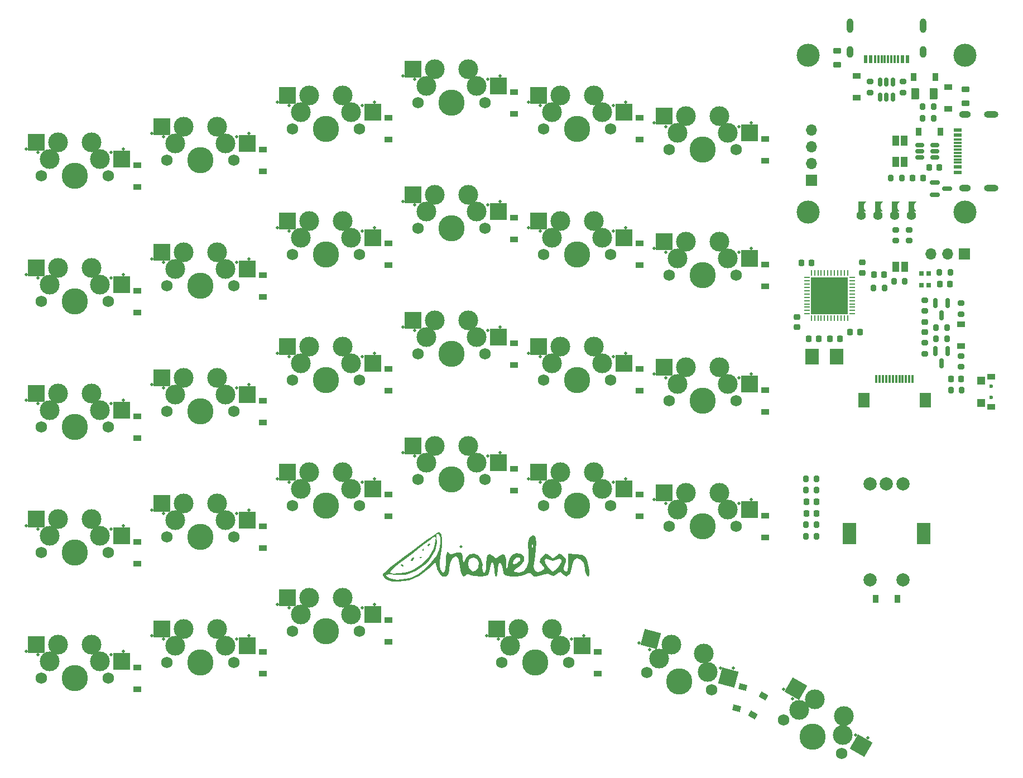
<source format=gbr>
G04 #@! TF.GenerationSoftware,KiCad,Pcbnew,(6.0.2)*
G04 #@! TF.CreationDate,2022-05-21T05:00:10+01:00*
G04 #@! TF.ProjectId,Cantaloupe,43616e74-616c-46f7-9570-652e6b696361,rev?*
G04 #@! TF.SameCoordinates,Original*
G04 #@! TF.FileFunction,Soldermask,Top*
G04 #@! TF.FilePolarity,Negative*
%FSLAX46Y46*%
G04 Gerber Fmt 4.6, Leading zero omitted, Abs format (unit mm)*
G04 Created by KiCad (PCBNEW (6.0.2)) date 2022-05-21 05:00:10*
%MOMM*%
%LPD*%
G01*
G04 APERTURE LIST*
G04 Aperture macros list*
%AMRoundRect*
0 Rectangle with rounded corners*
0 $1 Rounding radius*
0 $2 $3 $4 $5 $6 $7 $8 $9 X,Y pos of 4 corners*
0 Add a 4 corners polygon primitive as box body*
4,1,4,$2,$3,$4,$5,$6,$7,$8,$9,$2,$3,0*
0 Add four circle primitives for the rounded corners*
1,1,$1+$1,$2,$3*
1,1,$1+$1,$4,$5*
1,1,$1+$1,$6,$7*
1,1,$1+$1,$8,$9*
0 Add four rect primitives between the rounded corners*
20,1,$1+$1,$2,$3,$4,$5,0*
20,1,$1+$1,$4,$5,$6,$7,0*
20,1,$1+$1,$6,$7,$8,$9,0*
20,1,$1+$1,$8,$9,$2,$3,0*%
%AMRotRect*
0 Rectangle, with rotation*
0 The origin of the aperture is its center*
0 $1 length*
0 $2 width*
0 $3 Rotation angle, in degrees counterclockwise*
0 Add horizontal line*
21,1,$1,$2,0,0,$3*%
%AMFreePoly0*
4,1,49,0.673266,0.755647,0.673653,0.755772,0.676544,0.754290,0.712426,0.739426,0.714288,0.734931,0.714514,0.734815,0.715135,0.732886,0.730000,0.697000,0.728137,0.692503,0.728588,0.691103,0.723230,0.680656,0.712426,0.654574,0.709159,0.653221,0.707631,0.650242,0.699793,0.647718,0.591093,0.535841,0.501448,0.398951,0.439453,0.247519,0.407368,0.087065,0.406361,-0.076563,
0.436469,-0.237400,0.496595,-0.389583,0.584548,-0.527567,0.691864,-0.640775,0.699669,-0.643394,0.701572,-0.647220,0.702426,-0.647574,0.705801,-0.655721,0.720121,-0.684510,0.719049,-0.687704,0.720000,-0.690000,0.710929,-0.711899,0.705510,-0.728045,0.703911,-0.728840,0.702426,-0.732426,0.668206,-0.746601,0.664394,-0.748497,0.663971,-0.748355,0.660000,-0.750000,-0.400000,-0.750000,
-0.400000,-0.714141,-0.410000,-0.690000,-0.410000,0.697000,-0.400000,0.721141,-0.400000,0.750000,-0.366899,0.750000,-0.350000,0.757000,0.670000,0.757000,0.673266,0.755647,0.673266,0.755647,$1*%
G04 Aperture macros list end*
%ADD10RoundRect,0.225000X0.225000X0.250000X-0.225000X0.250000X-0.225000X-0.250000X0.225000X-0.250000X0*%
%ADD11C,1.400000*%
%ADD12C,3.500000*%
%ADD13FreePoly0,270.000000*%
%ADD14RoundRect,0.062500X0.062500X-0.375000X0.062500X0.375000X-0.062500X0.375000X-0.062500X-0.375000X0*%
%ADD15RoundRect,0.062500X0.375000X-0.062500X0.375000X0.062500X-0.375000X0.062500X-0.375000X-0.062500X0*%
%ADD16R,5.600000X5.600000*%
%ADD17R,2.000000X2.400000*%
%ADD18R,1.200000X0.900000*%
%ADD19R,0.900000X1.200000*%
%ADD20RotRect,0.900000X1.200000X60.000000*%
%ADD21RotRect,0.900000X1.200000X75.000000*%
%ADD22RoundRect,0.225000X-0.225000X-0.250000X0.225000X-0.250000X0.225000X0.250000X-0.225000X0.250000X0*%
%ADD23RoundRect,0.225000X-0.250000X0.225000X-0.250000X-0.225000X0.250000X-0.225000X0.250000X0.225000X0*%
%ADD24C,3.000000*%
%ADD25C,1.750000*%
%ADD26C,3.987800*%
%ADD27C,0.500000*%
%ADD28RotRect,2.550000X2.500000X165.000000*%
%ADD29RotRect,2.550000X2.500000X150.000000*%
%ADD30C,2.000000*%
%ADD31R,2.000000X3.200000*%
%ADD32R,2.550000X2.500000*%
%ADD33RoundRect,0.225000X0.250000X-0.225000X0.250000X0.225000X-0.250000X0.225000X-0.250000X-0.225000X0*%
%ADD34R,0.600000X1.200000*%
%ADD35R,0.300000X1.200000*%
%ADD36O,1.000000X1.800000*%
%ADD37O,1.000000X2.200000*%
%ADD38R,1.200000X0.600000*%
%ADD39R,1.200000X0.300000*%
%ADD40O,2.200000X1.000000*%
%ADD41O,1.800000X1.000000*%
%ADD42RoundRect,0.200000X-0.200000X-0.275000X0.200000X-0.275000X0.200000X0.275000X-0.200000X0.275000X0*%
%ADD43RoundRect,0.200000X0.200000X0.275000X-0.200000X0.275000X-0.200000X-0.275000X0.200000X-0.275000X0*%
%ADD44RoundRect,0.150000X-0.512500X-0.150000X0.512500X-0.150000X0.512500X0.150000X-0.512500X0.150000X0*%
%ADD45R,1.000000X1.500000*%
%ADD46RoundRect,0.200000X0.275000X-0.200000X0.275000X0.200000X-0.275000X0.200000X-0.275000X-0.200000X0*%
%ADD47RoundRect,0.150000X-0.587500X-0.150000X0.587500X-0.150000X0.587500X0.150000X-0.587500X0.150000X0*%
%ADD48RoundRect,0.200000X-0.275000X0.200000X-0.275000X-0.200000X0.275000X-0.200000X0.275000X0.200000X0*%
%ADD49RoundRect,0.218750X-0.381250X0.218750X-0.381250X-0.218750X0.381250X-0.218750X0.381250X0.218750X0*%
%ADD50RoundRect,0.150000X-0.150000X0.587500X-0.150000X-0.587500X0.150000X-0.587500X0.150000X0.587500X0*%
%ADD51RoundRect,0.150000X-0.150000X0.512500X-0.150000X-0.512500X0.150000X-0.512500X0.150000X0.512500X0*%
%ADD52R,0.700000X0.700000*%
%ADD53RoundRect,0.250000X0.375000X0.625000X-0.375000X0.625000X-0.375000X-0.625000X0.375000X-0.625000X0*%
%ADD54R,1.700000X1.700000*%
%ADD55O,1.700000X1.700000*%
%ADD56RoundRect,0.218750X0.381250X-0.218750X0.381250X0.218750X-0.381250X0.218750X-0.381250X-0.218750X0*%
%ADD57C,0.600000*%
%ADD58R,1.300000X1.150000*%
%ADD59R,0.300000X1.300000*%
%ADD60R,1.800000X2.200000*%
G04 APERTURE END LIST*
G36*
X77973766Y-94282026D02*
G01*
X77934078Y-94380417D01*
X77705831Y-94622728D01*
X77665087Y-94634417D01*
X77555990Y-94437899D01*
X77553078Y-94380417D01*
X77748341Y-94136177D01*
X77822068Y-94126417D01*
X77973766Y-94282026D01*
G37*
G36*
X75501508Y-96297027D02*
G01*
X75521078Y-96382436D01*
X75335720Y-96741510D01*
X75267078Y-96793417D01*
X75032647Y-96781806D01*
X75013078Y-96696397D01*
X75198435Y-96337323D01*
X75267078Y-96285417D01*
X75501508Y-96297027D01*
G37*
G36*
X95079077Y-96031417D02*
G01*
X95478434Y-95722912D01*
X95779678Y-95769183D01*
X96095078Y-96031416D01*
X96492189Y-96338361D01*
X96793019Y-96294534D01*
X97120042Y-96023304D01*
X97507188Y-95720089D01*
X97795543Y-95751584D01*
X98183678Y-96102128D01*
X98545358Y-96547787D01*
X98549678Y-96944024D01*
X98398754Y-97268388D01*
X98213187Y-97886208D01*
X98344584Y-98321951D01*
X98650068Y-98444417D01*
X98782168Y-98215006D01*
X98868970Y-97624366D01*
X98889078Y-97076861D01*
X98889077Y-95709306D01*
X100056382Y-95748598D01*
X101021277Y-95890209D01*
X101553260Y-96238608D01*
X101779106Y-96730477D01*
X101974340Y-97453577D01*
X102106482Y-98224129D01*
X102143056Y-98858350D01*
X102069321Y-99158840D01*
X101833080Y-99146584D01*
X101603640Y-98777078D01*
X101454466Y-98196679D01*
X101432967Y-97891059D01*
X101254183Y-97173246D01*
X100816746Y-96622655D01*
X100276871Y-96412417D01*
X99858143Y-96639416D01*
X99535425Y-97212518D01*
X99397535Y-97969874D01*
X99397078Y-98015617D01*
X99247450Y-98629678D01*
X99011313Y-98956371D01*
X98646328Y-99130485D01*
X98251070Y-98932691D01*
X98122313Y-98821105D01*
X97724410Y-98515493D01*
X97421947Y-98566134D01*
X97115842Y-98821105D01*
X96683059Y-99117562D01*
X96333474Y-99037064D01*
X96218605Y-98949535D01*
X95862202Y-98766025D01*
X95369368Y-98796361D01*
X94786889Y-98965020D01*
X94109655Y-99158897D01*
X93730695Y-99151996D01*
X93478300Y-98936366D01*
X93453609Y-98903288D01*
X93177704Y-98646461D01*
X92812562Y-98693979D01*
X92490169Y-98849014D01*
X91802121Y-99053665D01*
X90860116Y-99142574D01*
X90469413Y-99137878D01*
X89660178Y-99070702D01*
X89232068Y-98929794D01*
X89058757Y-98664977D01*
X89039915Y-98570111D01*
X88867204Y-97625373D01*
X88694661Y-97132307D01*
X88501219Y-97035028D01*
X88467631Y-97052019D01*
X88310096Y-97381863D01*
X88225613Y-98011564D01*
X88221078Y-98205407D01*
X88163956Y-98836068D01*
X88021499Y-99183130D01*
X87967078Y-99206417D01*
X87807051Y-98981301D01*
X87718986Y-98419881D01*
X87713078Y-98205407D01*
X87655816Y-97530424D01*
X87513578Y-97099515D01*
X87466524Y-97052019D01*
X87267102Y-97093556D01*
X87092070Y-97524835D01*
X86920768Y-98400729D01*
X86894483Y-98571417D01*
X86757834Y-98888000D01*
X86384147Y-99056714D01*
X85643338Y-99133047D01*
X85569494Y-99136588D01*
X84764583Y-99113221D01*
X84141589Y-98988949D01*
X83965619Y-98898921D01*
X83612225Y-98747571D01*
X83386296Y-98966626D01*
X83094573Y-99184423D01*
X82814244Y-98952353D01*
X82581137Y-98327961D01*
X82437913Y-97443368D01*
X82409978Y-97244941D01*
X83709090Y-97244941D01*
X83869069Y-97848968D01*
X84210643Y-98313376D01*
X84538078Y-98444417D01*
X84919671Y-98235460D01*
X85228281Y-97789691D01*
X85365327Y-97080318D01*
X85139306Y-96534117D01*
X84613149Y-96288240D01*
X84538078Y-96285417D01*
X84032249Y-96482405D01*
X83817502Y-96710191D01*
X83709090Y-97244941D01*
X82409978Y-97244941D01*
X82327979Y-96662490D01*
X82156774Y-96273209D01*
X81869471Y-96159163D01*
X81832475Y-96158417D01*
X81374952Y-96391649D01*
X81034537Y-97016267D01*
X80864756Y-97919651D01*
X80855078Y-98214924D01*
X80709964Y-98888303D01*
X80346803Y-99191430D01*
X79873864Y-99143385D01*
X79399418Y-98763249D01*
X79031735Y-98070105D01*
X78977576Y-97884036D01*
X78751074Y-96992420D01*
X77748590Y-97994904D01*
X76327446Y-99122356D01*
X74778250Y-99770362D01*
X73199717Y-99962838D01*
X72145050Y-99894567D01*
X71426827Y-99655438D01*
X71167717Y-99478446D01*
X70838775Y-99100402D01*
X71280374Y-99100402D01*
X71709920Y-99372749D01*
X71774578Y-99404411D01*
X72908173Y-99676493D01*
X74301366Y-99537030D01*
X75089190Y-99311462D01*
X76124545Y-98792326D01*
X77195756Y-97983045D01*
X78175318Y-97009233D01*
X78935725Y-95996504D01*
X79334725Y-95128870D01*
X79521694Y-94099806D01*
X79500591Y-93271847D01*
X79280739Y-92757097D01*
X79129499Y-92660645D01*
X78913763Y-92722438D01*
X78957307Y-93175786D01*
X78957974Y-93178448D01*
X78982226Y-94099285D01*
X78707826Y-95181078D01*
X78197604Y-96227858D01*
X77813878Y-96746865D01*
X77156818Y-97354154D01*
X76285158Y-97986493D01*
X75769970Y-98295681D01*
X74940899Y-98701930D01*
X74232285Y-98897222D01*
X73397379Y-98932726D01*
X72831481Y-98905030D01*
X71829809Y-98871902D01*
X71316555Y-98935239D01*
X71280374Y-99100402D01*
X70838775Y-99100402D01*
X70770967Y-99022472D01*
X70822078Y-98736377D01*
X71036588Y-98544669D01*
X71895997Y-98544669D01*
X72353990Y-98704378D01*
X73127177Y-98702425D01*
X74056564Y-98559385D01*
X74983157Y-98295833D01*
X75488887Y-98079729D01*
X76793811Y-97216242D01*
X77826951Y-96128529D01*
X78481017Y-94934731D01*
X78553805Y-94704859D01*
X78778770Y-93743217D01*
X78794156Y-93223109D01*
X78671348Y-93110416D01*
X78422377Y-93258433D01*
X77864074Y-93659595D01*
X77083683Y-94249573D01*
X76321848Y-94842829D01*
X75272770Y-95666819D01*
X74228952Y-96481662D01*
X73340389Y-97170492D01*
X72933163Y-97483082D01*
X72324994Y-97988237D01*
X71954381Y-98378617D01*
X71895997Y-98544669D01*
X71036588Y-98544669D01*
X71316611Y-98294412D01*
X72088505Y-97662549D01*
X73063355Y-96896106D01*
X74166757Y-96050404D01*
X75324310Y-95180765D01*
X76461609Y-94342507D01*
X77504250Y-93590952D01*
X78377831Y-92981419D01*
X79007948Y-92569229D01*
X79320197Y-92409703D01*
X79331078Y-92409777D01*
X79661882Y-92718440D01*
X79798417Y-93467697D01*
X79738535Y-94627874D01*
X79570170Y-95713961D01*
X79406244Y-96777186D01*
X79392541Y-97502622D01*
X79527520Y-98037285D01*
X79545407Y-98077783D01*
X79847548Y-98539601D01*
X80093928Y-98522258D01*
X80265749Y-98053244D01*
X80344211Y-97160054D01*
X80347078Y-96905426D01*
X80385979Y-96099790D01*
X80487418Y-95554252D01*
X80601078Y-95396417D01*
X80847756Y-95583872D01*
X80855078Y-95642445D01*
X81040655Y-95808924D01*
X81172578Y-95790660D01*
X82062111Y-95538677D01*
X82577335Y-95495155D01*
X82823577Y-95701190D01*
X82906166Y-96197876D01*
X82916542Y-96471077D01*
X82957340Y-97008881D01*
X83027827Y-97153487D01*
X83069764Y-97047417D01*
X83449781Y-96223715D01*
X84015799Y-95785504D01*
X84655993Y-95706735D01*
X85258535Y-95961363D01*
X85711599Y-96523340D01*
X85903360Y-97366621D01*
X85890026Y-97704312D01*
X85921641Y-98340769D01*
X86125578Y-98630907D01*
X86320255Y-98536361D01*
X86420778Y-98043072D01*
X86443078Y-97337573D01*
X86507968Y-96344000D01*
X86711433Y-95826200D01*
X87066665Y-95767660D01*
X87475083Y-96045901D01*
X87869647Y-96344573D01*
X88175295Y-96283324D01*
X88459072Y-96045901D01*
X88950424Y-95744924D01*
X89282107Y-95894503D01*
X89467830Y-96510249D01*
X89518907Y-97252907D01*
X89546737Y-98571417D01*
X89764286Y-97464830D01*
X89869964Y-97087454D01*
X90507078Y-97087454D01*
X90607510Y-97314149D01*
X90982434Y-97191820D01*
X91000931Y-97181987D01*
X91464207Y-96867792D01*
X91640075Y-96682602D01*
X91604993Y-96359000D01*
X91516094Y-96281101D01*
X91119518Y-96284413D01*
X90716830Y-96590565D01*
X90509345Y-97038677D01*
X90507078Y-97087454D01*
X89869964Y-97087454D01*
X90048652Y-96449356D01*
X90442371Y-95869313D01*
X90997322Y-95655393D01*
X91122378Y-95650416D01*
X91852009Y-95813572D01*
X92212754Y-96230558D01*
X92191563Y-96792654D01*
X91775388Y-97391138D01*
X91368322Y-97699570D01*
X90820744Y-98072772D01*
X90669629Y-98307310D01*
X90858019Y-98493592D01*
X90865447Y-98497776D01*
X91538988Y-98617089D01*
X92194934Y-98301579D01*
X92640844Y-97727916D01*
X92851485Y-97000581D01*
X92895838Y-95913686D01*
X92861943Y-95262011D01*
X92826433Y-94507417D01*
X93365132Y-94507417D01*
X93385577Y-95030170D01*
X93443137Y-95165093D01*
X93475596Y-95081878D01*
X93522907Y-94471914D01*
X93480722Y-94065878D01*
X93413811Y-93925103D01*
X93371721Y-94230397D01*
X93365132Y-94507417D01*
X92826433Y-94507417D01*
X92814584Y-94255621D01*
X92861786Y-93629212D01*
X93019138Y-93260944D01*
X93132835Y-93144644D01*
X93572629Y-92943051D01*
X93797951Y-92976540D01*
X93966897Y-93335819D01*
X94043040Y-94053362D01*
X94026326Y-94987971D01*
X93916702Y-95998450D01*
X93799325Y-96612993D01*
X93670431Y-97615949D01*
X93812405Y-98259163D01*
X94207688Y-98507989D01*
X94702919Y-98395994D01*
X95222721Y-98081190D01*
X95269514Y-97768594D01*
X94952077Y-97428416D01*
X94603525Y-96933911D01*
X94673541Y-96668001D01*
X95311921Y-96668001D01*
X95423475Y-97130703D01*
X95742190Y-97621913D01*
X96193896Y-98137416D01*
X96538495Y-98423710D01*
X96603078Y-98444417D01*
X96882245Y-98261633D01*
X97315111Y-97805126D01*
X97463965Y-97621913D01*
X97842541Y-96994239D01*
X97869455Y-96594179D01*
X97568022Y-96491187D01*
X97138347Y-96651822D01*
X96513950Y-96806340D01*
X96067808Y-96651822D01*
X95534469Y-96485223D01*
X95311921Y-96668001D01*
X94673541Y-96668001D01*
X94743674Y-96401643D01*
X95079077Y-96031417D01*
G37*
G36*
X82879697Y-94573704D02*
G01*
X82887078Y-94634417D01*
X82693790Y-94881036D01*
X82633078Y-94888417D01*
X82386458Y-94695129D01*
X82379078Y-94634417D01*
X82572365Y-94387797D01*
X82633078Y-94380417D01*
X82879697Y-94573704D01*
G37*
G36*
X76706411Y-96243083D02*
G01*
X76671544Y-96394086D01*
X76537078Y-96412417D01*
X76328007Y-96319482D01*
X76367744Y-96243083D01*
X76669183Y-96212684D01*
X76706411Y-96243083D01*
G37*
G36*
X73743078Y-97301417D02*
G01*
X73985389Y-97529663D01*
X73997078Y-97570407D01*
X73800560Y-97679504D01*
X73743078Y-97682417D01*
X73498838Y-97487153D01*
X73489078Y-97413426D01*
X73644687Y-97261728D01*
X73743078Y-97301417D01*
G37*
G36*
X76960411Y-94973083D02*
G01*
X76990810Y-95274522D01*
X76960411Y-95311750D01*
X76809408Y-95276883D01*
X76791078Y-95142417D01*
X76884012Y-94933346D01*
X76960411Y-94973083D01*
G37*
D10*
X143179078Y-62067009D03*
X141629078Y-62067009D03*
D11*
X145923078Y-44409596D03*
X148463078Y-44409596D03*
D12*
X159063078Y-20109596D03*
X135323078Y-20109596D03*
D11*
X151003078Y-44409596D03*
D12*
X135323078Y-43909596D03*
D11*
X143383078Y-44409596D03*
D12*
X159063078Y-43909596D03*
D13*
X143384578Y-43071096D03*
X145924578Y-43071096D03*
X148464578Y-43071096D03*
X151004578Y-43071096D03*
D14*
X135788503Y-60004509D03*
X136288503Y-60004509D03*
X136788503Y-60004509D03*
X137288503Y-60004509D03*
X137788503Y-60004509D03*
X138288503Y-60004509D03*
X138788503Y-60004509D03*
X139288503Y-60004509D03*
X139788503Y-60004509D03*
X140288503Y-60004509D03*
X140788503Y-60004509D03*
X141288503Y-60004509D03*
D15*
X141976003Y-59317009D03*
X141976003Y-58817009D03*
X141976003Y-58317009D03*
X141976003Y-57817009D03*
X141976003Y-57317009D03*
X141976003Y-56817009D03*
X141976003Y-56317009D03*
X141976003Y-55817009D03*
X141976003Y-55317009D03*
X141976003Y-54817009D03*
X141976003Y-54317009D03*
X141976003Y-53817009D03*
D14*
X141288503Y-53129509D03*
X140788503Y-53129509D03*
X140288503Y-53129509D03*
X139788503Y-53129509D03*
X139288503Y-53129509D03*
X138788503Y-53129509D03*
X138288503Y-53129509D03*
X137788503Y-53129509D03*
X137288503Y-53129509D03*
X136788503Y-53129509D03*
X136288503Y-53129509D03*
X135788503Y-53129509D03*
D15*
X135101003Y-53817009D03*
X135101003Y-54317009D03*
X135101003Y-54817009D03*
X135101003Y-55317009D03*
X135101003Y-55817009D03*
X135101003Y-56317009D03*
X135101003Y-56817009D03*
X135101003Y-57317009D03*
X135101003Y-57817009D03*
X135101003Y-58317009D03*
X135101003Y-58817009D03*
X135101003Y-59317009D03*
D16*
X138538503Y-56567009D03*
D10*
X140129078Y-63097012D03*
X138579078Y-63097012D03*
D17*
X135904078Y-65847012D03*
X139604078Y-65847012D03*
D18*
X128813518Y-74183999D03*
X128813518Y-70883999D03*
D19*
X145543078Y-102567012D03*
X148843078Y-102567012D03*
D18*
X52613518Y-75771503D03*
X52613518Y-72471503D03*
D20*
X126895380Y-120174444D03*
X128545380Y-117316560D03*
D18*
X103413514Y-113871500D03*
X103413514Y-110571500D03*
X109763519Y-90058992D03*
X109763519Y-86758992D03*
X71663517Y-90059002D03*
X71663517Y-86759002D03*
X52613520Y-94821500D03*
X52613520Y-91521500D03*
X90713516Y-67040243D03*
X90713516Y-63740243D03*
X128813523Y-93233994D03*
X128813523Y-89933994D03*
X71663516Y-109109001D03*
X71663516Y-105809001D03*
X52613514Y-56721498D03*
X52613514Y-53421498D03*
X90713523Y-86090253D03*
X90713523Y-82790253D03*
X52613511Y-113871498D03*
X52613511Y-110571498D03*
X128813516Y-55134003D03*
X128813516Y-51834003D03*
X33563516Y-116252751D03*
X33563516Y-112952751D03*
X71663517Y-71008996D03*
X71663517Y-67708996D03*
X33563515Y-97202750D03*
X33563515Y-93902750D03*
X109763514Y-71008988D03*
X109763514Y-67708988D03*
X33563525Y-78152749D03*
X33563525Y-74852749D03*
D21*
X124505911Y-119138036D03*
X125360013Y-115950480D03*
D18*
X90713521Y-47990247D03*
X90713521Y-44690247D03*
X71663522Y-51958998D03*
X71663522Y-48658998D03*
X109763514Y-51958998D03*
X109763514Y-48658998D03*
X109763514Y-32908998D03*
X109763514Y-29608998D03*
X90713513Y-28940251D03*
X90713513Y-25640251D03*
X33563516Y-59102745D03*
X33563516Y-55802745D03*
X128813520Y-36084001D03*
X128813520Y-32784001D03*
X71663510Y-32909000D03*
X71663510Y-29609000D03*
X33563515Y-40052747D03*
X33563515Y-36752747D03*
X52613514Y-37671501D03*
X52613514Y-34371501D03*
D22*
X135013503Y-89567009D03*
X136563503Y-89567009D03*
D23*
X133582503Y-59792009D03*
X133582503Y-61342009D03*
D22*
X135013503Y-87817009D03*
X136563503Y-87817009D03*
D10*
X135813503Y-51567009D03*
X134263503Y-51567009D03*
D24*
X119500773Y-110829505D03*
D25*
X110825618Y-113764207D03*
D24*
X114593870Y-109514704D03*
D25*
X120639424Y-116393809D03*
D24*
X120070099Y-113611657D03*
X112709744Y-111639456D03*
D26*
X115732521Y-115079008D03*
D27*
X109655140Y-109226652D03*
D28*
X111404383Y-108660084D03*
D27*
X111295579Y-110225255D03*
D28*
X123233506Y-114459289D03*
D27*
X123921865Y-113049409D03*
X122001901Y-113094006D03*
D24*
X140538838Y-123213293D03*
X136309576Y-117838589D03*
D25*
X131569872Y-120967998D03*
X140368690Y-126047998D03*
D24*
X140708986Y-120378589D03*
D26*
X135969281Y-123507998D03*
D24*
X133939724Y-119403293D03*
D27*
X132939768Y-117671268D03*
X131613683Y-116282114D03*
D29*
X133449961Y-116187589D03*
D27*
X142538794Y-123213268D03*
D29*
X143375071Y-124850793D03*
D27*
X144404879Y-123667114D03*
D30*
X149693078Y-85139811D03*
X144693078Y-85139811D03*
X147193078Y-85139811D03*
D31*
X141593078Y-92639811D03*
X152793078Y-92639811D03*
D30*
X144693078Y-99639811D03*
X149693078Y-99639811D03*
D25*
X18958511Y-38402748D03*
D24*
X26578511Y-33322748D03*
X27848511Y-35862748D03*
X21498511Y-33322748D03*
X20228511Y-35862748D03*
D25*
X29118511Y-38402748D03*
D26*
X24038511Y-38402748D03*
D32*
X18196511Y-33322748D03*
D27*
X16653511Y-34322748D03*
X18496511Y-34862748D03*
X29580511Y-34862748D03*
X31423511Y-34322748D03*
D32*
X31123511Y-35862748D03*
D33*
X143538503Y-53092009D03*
X143538503Y-51542009D03*
D25*
X105318514Y-88408990D03*
D24*
X97698514Y-83328990D03*
D25*
X95158514Y-88408990D03*
D26*
X100238514Y-88408990D03*
D24*
X96428514Y-85868990D03*
X104048514Y-85868990D03*
X102778514Y-83328990D03*
D27*
X94696514Y-84868990D03*
X92853514Y-84328990D03*
D32*
X94396514Y-83328990D03*
D27*
X105780514Y-84868990D03*
X107623514Y-84328990D03*
D32*
X107323514Y-85868990D03*
D24*
X115478499Y-89044011D03*
D26*
X119288499Y-91584011D03*
D25*
X124368499Y-91584011D03*
D24*
X121828499Y-86504011D03*
D25*
X114208499Y-91584011D03*
D24*
X116748499Y-86504011D03*
X123098499Y-89044011D03*
D27*
X113746499Y-88044011D03*
X111903499Y-87504011D03*
D32*
X113446499Y-86504011D03*
D27*
X126673499Y-87504011D03*
D32*
X126373499Y-89044011D03*
D27*
X124830499Y-88044011D03*
D26*
X62138504Y-88409002D03*
D25*
X67218504Y-88409002D03*
X57058504Y-88409002D03*
D24*
X59598504Y-83329002D03*
X58328504Y-85869002D03*
X65948504Y-85869002D03*
X64678504Y-83329002D03*
D32*
X56296504Y-83329002D03*
D27*
X56596504Y-84869002D03*
X54753504Y-84329002D03*
X67680504Y-84869002D03*
X69523504Y-84329002D03*
D32*
X69223504Y-85869002D03*
D26*
X81188504Y-84440249D03*
D24*
X77378504Y-81900249D03*
D25*
X76108504Y-84440249D03*
X86268504Y-84440249D03*
D24*
X83728504Y-79360249D03*
X78648504Y-79360249D03*
X84998504Y-81900249D03*
D32*
X75346504Y-79360249D03*
D27*
X73803504Y-80360249D03*
X75646504Y-80900249D03*
X88573504Y-80360249D03*
X86730504Y-80900249D03*
D32*
X88273504Y-81900249D03*
D24*
X20228519Y-112062754D03*
D25*
X18958519Y-114602754D03*
D26*
X24038519Y-114602754D03*
D24*
X21498519Y-109522754D03*
D25*
X29118519Y-114602754D03*
D24*
X27848519Y-112062754D03*
X26578519Y-109522754D03*
D32*
X18196519Y-109522754D03*
D27*
X16653519Y-110522754D03*
X18496519Y-111062754D03*
X29580519Y-111062754D03*
X31423519Y-110522754D03*
D32*
X31123519Y-112062754D03*
D24*
X104048499Y-47768999D03*
D25*
X95158499Y-50308999D03*
D24*
X97698499Y-45228999D03*
D26*
X100238499Y-50308999D03*
D25*
X105318499Y-50308999D03*
D24*
X96428499Y-47768999D03*
X102778499Y-45228999D03*
D32*
X94396499Y-45228999D03*
D27*
X92853499Y-46228999D03*
X94696499Y-46768999D03*
X105780499Y-46768999D03*
X107623499Y-46228999D03*
D32*
X107323499Y-47768999D03*
D24*
X115478509Y-50944005D03*
X116748509Y-48404005D03*
D26*
X119288509Y-53484005D03*
D24*
X121828509Y-48404005D03*
D25*
X124368509Y-53484005D03*
X114208509Y-53484005D03*
D24*
X123098509Y-50944005D03*
D27*
X113746509Y-49944005D03*
D32*
X113446509Y-48404005D03*
D27*
X111903509Y-49404005D03*
X126673509Y-49404005D03*
X124830509Y-49944005D03*
D32*
X126373509Y-50944005D03*
D25*
X29118511Y-76502757D03*
X18958511Y-76502757D03*
D26*
X24038511Y-76502757D03*
D24*
X20228511Y-73962757D03*
X21498511Y-71422757D03*
X27848511Y-73962757D03*
X26578511Y-71422757D03*
D32*
X18196511Y-71422757D03*
D27*
X18496511Y-72962757D03*
X16653511Y-72422757D03*
X31423511Y-72422757D03*
D32*
X31123511Y-73962757D03*
D27*
X29580511Y-72962757D03*
D24*
X46898518Y-71581487D03*
X40548518Y-69041487D03*
D26*
X43088518Y-74121487D03*
D25*
X38008518Y-74121487D03*
X48168518Y-74121487D03*
D24*
X39278518Y-71581487D03*
X45628518Y-69041487D03*
D32*
X37246518Y-69041487D03*
D27*
X37546518Y-70581487D03*
X35703518Y-70041487D03*
X50473518Y-70041487D03*
D32*
X50173518Y-71581487D03*
D27*
X48630518Y-70581487D03*
D24*
X58328504Y-66818989D03*
X65948504Y-66818989D03*
X59598504Y-64278989D03*
D25*
X67218504Y-69358989D03*
D24*
X64678504Y-64278989D03*
D25*
X57058504Y-69358989D03*
D26*
X62138504Y-69358989D03*
D27*
X54753504Y-65278989D03*
D32*
X56296504Y-64278989D03*
D27*
X56596504Y-65818989D03*
X67680504Y-65818989D03*
X69523504Y-65278989D03*
D32*
X69223504Y-66818989D03*
D24*
X97698517Y-64279014D03*
D26*
X100238517Y-69359014D03*
D25*
X95158517Y-69359014D03*
D24*
X102778517Y-64279014D03*
X104048517Y-66819014D03*
D25*
X105318517Y-69359014D03*
D24*
X96428517Y-66819014D03*
D32*
X94396517Y-64279014D03*
D27*
X92853517Y-65279014D03*
X94696517Y-65819014D03*
X107623517Y-65279014D03*
X105780517Y-65819014D03*
D32*
X107323517Y-66819014D03*
D25*
X76108502Y-65390254D03*
X86268502Y-65390254D03*
D24*
X83728502Y-60310254D03*
D26*
X81188502Y-65390254D03*
D24*
X84998502Y-62850254D03*
X77378502Y-62850254D03*
X78648502Y-60310254D03*
D32*
X75346502Y-60310254D03*
D27*
X73803502Y-61310254D03*
X75646502Y-61850254D03*
X88573502Y-61310254D03*
X86730502Y-61850254D03*
D32*
X88273502Y-62850254D03*
D25*
X124368506Y-72534002D03*
D26*
X119288506Y-72534002D03*
D25*
X114208506Y-72534002D03*
D24*
X116748506Y-67454002D03*
X123098506Y-69994002D03*
X115478506Y-69994002D03*
X121828506Y-67454002D03*
D27*
X113746506Y-68994002D03*
X111903506Y-68454002D03*
D32*
X113446506Y-67454002D03*
D27*
X126673506Y-68454002D03*
D32*
X126373506Y-69994002D03*
D27*
X124830506Y-68994002D03*
D24*
X21498521Y-90472756D03*
X20228521Y-93012756D03*
X26578521Y-90472756D03*
D25*
X18958521Y-95552756D03*
D24*
X27848521Y-93012756D03*
D26*
X24038521Y-95552756D03*
D25*
X29118521Y-95552756D03*
D27*
X18496521Y-92012756D03*
X16653521Y-91472756D03*
D32*
X18196521Y-90472756D03*
X31123521Y-93012756D03*
D27*
X31423521Y-91472756D03*
X29580521Y-92012756D03*
D24*
X40548505Y-88091499D03*
D25*
X38008505Y-93171499D03*
X48168505Y-93171499D03*
D24*
X46898505Y-90631499D03*
D26*
X43088505Y-93171499D03*
D24*
X39278505Y-90631499D03*
X45628505Y-88091499D03*
D27*
X35703505Y-89091499D03*
X37546505Y-89631499D03*
D32*
X37246505Y-88091499D03*
D27*
X48630505Y-89631499D03*
X50473505Y-89091499D03*
D32*
X50173505Y-90631499D03*
D25*
X38008498Y-112221502D03*
D24*
X39278498Y-109681502D03*
X46898498Y-109681502D03*
D26*
X43088498Y-112221502D03*
D24*
X40548498Y-107141502D03*
D25*
X48168498Y-112221502D03*
D24*
X45628498Y-107141502D03*
D27*
X35703498Y-108141502D03*
X37546498Y-108681502D03*
D32*
X37246498Y-107141502D03*
D27*
X50473498Y-108141502D03*
X48630498Y-108681502D03*
D32*
X50173498Y-109681502D03*
D25*
X67218508Y-107458999D03*
D24*
X59598508Y-102378999D03*
X65948508Y-104918999D03*
D25*
X57058508Y-107458999D03*
D24*
X64678508Y-102378999D03*
D26*
X62138508Y-107458999D03*
D24*
X58328508Y-104918999D03*
D27*
X54753508Y-103378999D03*
D32*
X56296508Y-102378999D03*
D27*
X56596508Y-103918999D03*
D32*
X69223508Y-104918999D03*
D27*
X69523508Y-103378999D03*
X67680508Y-103918999D03*
D25*
X88808507Y-112221498D03*
D24*
X97698507Y-109681498D03*
X91348507Y-107141498D03*
X90078507Y-109681498D03*
D26*
X93888507Y-112221498D03*
D25*
X98968507Y-112221498D03*
D24*
X96428507Y-107141498D03*
D32*
X88046507Y-107141498D03*
D27*
X88346507Y-108681498D03*
X86503507Y-108141498D03*
X99430507Y-108681498D03*
D32*
X100973507Y-109681498D03*
D27*
X101273507Y-108141498D03*
D34*
X143993078Y-20683417D03*
X150393078Y-20683417D03*
X144793078Y-20683417D03*
X149593078Y-20683417D03*
D35*
X148443078Y-20683417D03*
X147443078Y-20683417D03*
X146943078Y-20683417D03*
X145943078Y-20683417D03*
X145443078Y-20683417D03*
X146443078Y-20683417D03*
X147943078Y-20683417D03*
X148943078Y-20683417D03*
D36*
X141618078Y-19583417D03*
X152768078Y-19583417D03*
D37*
X152768078Y-15583417D03*
X141618078Y-15583417D03*
D38*
X157998503Y-37833417D03*
X157998503Y-31433417D03*
X157998503Y-32233417D03*
X157998503Y-37033417D03*
D39*
X157998503Y-35883417D03*
X157998503Y-34883417D03*
X157998503Y-34383417D03*
X157998503Y-33383417D03*
X157998503Y-32883417D03*
X157998503Y-33883417D03*
X157998503Y-35383417D03*
X157998503Y-36383417D03*
D40*
X163098503Y-29058417D03*
X163098503Y-40208417D03*
D41*
X159098503Y-29058417D03*
X159098503Y-40208417D03*
D25*
X57058507Y-31259007D03*
D26*
X62138507Y-31259007D03*
D24*
X65948507Y-28719007D03*
X64678507Y-26179007D03*
D25*
X67218507Y-31259007D03*
D24*
X58328507Y-28719007D03*
X59598507Y-26179007D03*
D32*
X56296507Y-26179007D03*
D27*
X54753507Y-27179007D03*
X56596507Y-27719007D03*
D32*
X69223507Y-28719007D03*
D27*
X67680507Y-27719007D03*
X69523507Y-27179007D03*
D24*
X20228513Y-54912742D03*
D25*
X18958513Y-57452742D03*
D24*
X27848513Y-54912742D03*
X21498513Y-52372742D03*
D25*
X29118513Y-57452742D03*
D24*
X26578513Y-52372742D03*
D26*
X24038513Y-57452742D03*
D27*
X16653513Y-53372742D03*
D32*
X18196513Y-52372742D03*
D27*
X18496513Y-53912742D03*
D32*
X31123513Y-54912742D03*
D27*
X29580513Y-53912742D03*
X31423513Y-53372742D03*
D24*
X59598502Y-45229002D03*
X58328502Y-47769002D03*
D25*
X57058502Y-50309002D03*
D24*
X64678502Y-45229002D03*
X65948502Y-47769002D03*
D25*
X67218502Y-50309002D03*
D26*
X62138502Y-50309002D03*
D32*
X56296502Y-45229002D03*
D27*
X56596502Y-46769002D03*
X54753502Y-46229002D03*
X67680502Y-46769002D03*
D32*
X69223502Y-47769002D03*
D27*
X69523502Y-46229002D03*
D24*
X97698507Y-26178993D03*
D26*
X100238507Y-31258993D03*
D24*
X102778507Y-26178993D03*
X104048507Y-28718993D03*
D25*
X105318507Y-31258993D03*
D24*
X96428507Y-28718993D03*
D25*
X95158507Y-31258993D03*
D27*
X92853507Y-27178993D03*
X94696507Y-27718993D03*
D32*
X94396507Y-26178993D03*
X107323507Y-28718993D03*
D27*
X105780507Y-27718993D03*
X107623507Y-27178993D03*
D24*
X83728509Y-41260246D03*
X77378509Y-43800246D03*
D25*
X76108509Y-46340246D03*
D24*
X84998509Y-43800246D03*
D25*
X86268509Y-46340246D03*
D26*
X81188509Y-46340246D03*
D24*
X78648509Y-41260246D03*
D27*
X73803509Y-42260246D03*
D32*
X75346509Y-41260246D03*
D27*
X75646509Y-42800246D03*
D32*
X88273509Y-43800246D03*
D27*
X86730509Y-42800246D03*
X88573509Y-42260246D03*
D26*
X81188510Y-27290244D03*
D24*
X83728510Y-22210244D03*
X77378510Y-24750244D03*
X84998510Y-24750244D03*
D25*
X86268510Y-27290244D03*
D24*
X78648510Y-22210244D03*
D25*
X76108510Y-27290244D03*
D27*
X75646510Y-23750244D03*
X73803510Y-23210244D03*
D32*
X75346510Y-22210244D03*
D27*
X86730510Y-23750244D03*
D32*
X88273510Y-24750244D03*
D27*
X88573510Y-23210244D03*
D24*
X46898500Y-33481501D03*
D25*
X48168500Y-36021501D03*
X38008500Y-36021501D03*
D24*
X45628500Y-30941501D03*
D26*
X43088500Y-36021501D03*
D24*
X40548500Y-30941501D03*
X39278500Y-33481501D03*
D32*
X37246500Y-30941501D03*
D27*
X35703500Y-31941501D03*
X37546500Y-32481501D03*
X50473500Y-31941501D03*
D32*
X50173500Y-33481501D03*
D27*
X48630500Y-32481501D03*
D25*
X38008505Y-55071507D03*
D24*
X46898505Y-52531507D03*
D26*
X43088505Y-55071507D03*
D24*
X40548505Y-49991507D03*
X45628505Y-49991507D03*
X39278505Y-52531507D03*
D25*
X48168505Y-55071507D03*
D27*
X37546505Y-51531507D03*
D32*
X37246505Y-49991507D03*
D27*
X35703505Y-50991507D03*
X48630505Y-51531507D03*
X50473505Y-50991507D03*
D32*
X50173505Y-52531507D03*
D24*
X121828503Y-29354012D03*
X123098503Y-31894012D03*
D25*
X114208503Y-34434012D03*
D24*
X116748503Y-29354012D03*
D26*
X119288503Y-34434012D03*
D24*
X115478503Y-31894012D03*
D25*
X124368503Y-34434012D03*
D32*
X113446503Y-29354012D03*
D27*
X111903503Y-30354012D03*
X113746503Y-30894012D03*
X126673503Y-30354012D03*
X124830503Y-30894012D03*
D32*
X126373503Y-31894012D03*
D42*
X134963503Y-84317009D03*
X136613503Y-84317009D03*
D43*
X136613503Y-91317009D03*
X134963503Y-91317009D03*
D42*
X134963503Y-93067009D03*
X136613503Y-93067009D03*
D43*
X136613503Y-86067009D03*
X134963503Y-86067009D03*
D22*
X135379078Y-63097012D03*
X136929078Y-63097012D03*
D44*
X152211003Y-33683417D03*
X152211003Y-34633417D03*
X152211003Y-35583417D03*
X154486003Y-35583417D03*
X154486003Y-34633417D03*
X154486003Y-33683417D03*
D10*
X146813503Y-53383417D03*
X145263503Y-53383417D03*
D42*
X145213503Y-55383417D03*
X146863503Y-55383417D03*
D45*
X148638503Y-52184012D03*
X149938503Y-52184012D03*
D42*
X148305506Y-54383416D03*
X149955506Y-54383416D03*
D43*
X149518078Y-38733417D03*
X147868078Y-38733417D03*
D46*
X158538503Y-59358417D03*
X158538503Y-57708417D03*
D43*
X156867281Y-53058417D03*
X155217281Y-53058417D03*
X156363503Y-61383417D03*
X154713503Y-61383417D03*
D22*
X153668078Y-37133417D03*
X155218078Y-37133417D03*
D46*
X153038503Y-58877168D03*
X153038503Y-57227168D03*
D47*
X154505578Y-39367009D03*
X154505578Y-41267009D03*
X156380578Y-40317009D03*
D48*
X153038503Y-63708417D03*
X153038503Y-65358417D03*
D49*
X159198503Y-25284512D03*
X159198503Y-27409512D03*
D46*
X149693078Y-25733417D03*
X149693078Y-24083417D03*
D50*
X156488503Y-57695917D03*
X154588503Y-57695917D03*
X155538503Y-59570917D03*
D19*
X152043078Y-31658417D03*
X155343078Y-31658417D03*
D51*
X148143078Y-24189917D03*
X147193078Y-24189917D03*
X146243078Y-24189917D03*
X146243078Y-26464917D03*
X147193078Y-26464917D03*
X148143078Y-26464917D03*
D18*
X142693078Y-26558417D03*
X142693078Y-23258417D03*
D50*
X156488503Y-64945917D03*
X154588503Y-64945917D03*
X155538503Y-66820917D03*
D10*
X152718078Y-38733417D03*
X151168078Y-38733417D03*
D52*
X153588503Y-55012012D03*
X152488503Y-55012012D03*
X152488503Y-53182012D03*
X153588503Y-53182012D03*
D45*
X148598503Y-36283417D03*
X149898503Y-36283417D03*
D43*
X158588502Y-70933418D03*
X156938502Y-70933418D03*
D23*
X153038503Y-60533417D03*
X153038503Y-62083417D03*
D18*
X158538503Y-64183417D03*
X158538503Y-60883417D03*
D53*
X154343078Y-25908417D03*
X151543078Y-25908417D03*
D43*
X154348078Y-29658417D03*
X152698078Y-29658417D03*
D48*
X150629503Y-46564417D03*
X150629503Y-48214417D03*
D19*
X151293078Y-23408417D03*
X154593078Y-23408417D03*
D45*
X148598503Y-33083417D03*
X149898503Y-33083417D03*
D54*
X135788503Y-39043417D03*
D55*
X135788503Y-36503417D03*
X135788503Y-33963417D03*
X135788503Y-31423417D03*
D42*
X152698078Y-27908417D03*
X154348078Y-27908417D03*
D10*
X158538503Y-69183418D03*
X156988503Y-69183418D03*
D42*
X154713503Y-63133417D03*
X156363503Y-63133417D03*
D18*
X156538503Y-28217009D03*
X156538503Y-24917009D03*
D46*
X158538503Y-67358417D03*
X158538503Y-65708417D03*
D56*
X139693078Y-21545917D03*
X139693078Y-19420917D03*
D48*
X148629503Y-46564417D03*
X148629503Y-48214417D03*
D46*
X144693078Y-25733417D03*
X144693078Y-24083417D03*
D10*
X156817281Y-54808417D03*
X155267281Y-54808417D03*
D18*
X163098503Y-68842009D03*
D57*
X163098503Y-70292009D03*
X163098503Y-71992009D03*
D18*
X163098503Y-73442009D03*
D58*
X161548503Y-72817009D03*
X161548503Y-69467009D03*
D59*
X145654078Y-69197012D03*
X146154078Y-69197012D03*
X146654078Y-69197012D03*
X147154078Y-69197012D03*
X147654078Y-69197012D03*
X148154078Y-69197012D03*
X148654078Y-69197012D03*
X149154078Y-69197012D03*
X149654078Y-69197012D03*
X150154078Y-69197012D03*
X150654078Y-69197012D03*
X151154078Y-69197012D03*
D60*
X143754078Y-72447012D03*
X153054078Y-72447012D03*
D54*
X159038503Y-50254012D03*
D55*
X156498503Y-50254012D03*
X153958503Y-50254012D03*
M02*

</source>
